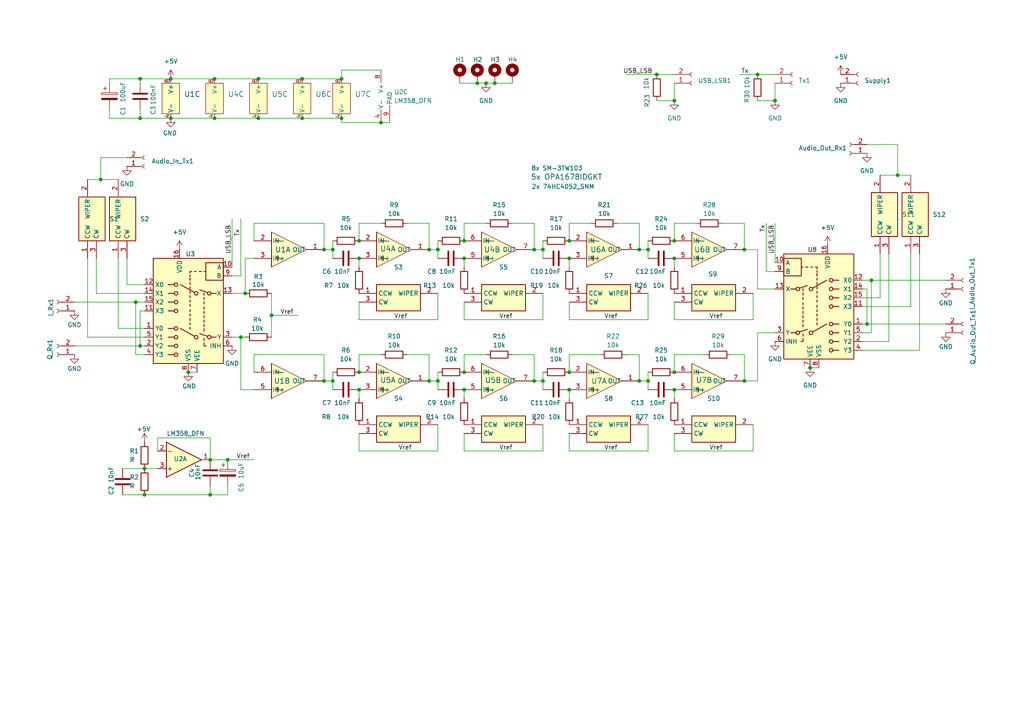
<source format=kicad_sch>
(kicad_sch (version 20231120) (generator "eeschema") (generator_version "8.0")
  (paper "A4")
  (title_block (title "PhasorRadio: 90deg PhaseShifter") (date "2024-03-12") (rev "Rev. v1") (company "Stefan Meyre, HB9GZE"))
  (junction (at 74.93 34.29))
  (junction (at 224.79 29.21))
  (junction (at 49.53 34.29))
  (junction (at 195.58 113.03))
  (junction (at 124.46 72.39))
  (junction (at 49.53 22.86))
  (junction (at 110.49 35.56))
  (junction (at 71.12 85.09))
  (junction (at 165.1 107.95))
  (junction (at 134.62 74.93))
  (junction (at 260.35 50.8))
  (junction (at 187.96 110.49))
  (junction (at 138.43 24.13))
  (junction (at 252.73 81.28))
  (junction (at 93.98 72.39))
  (junction (at 195.58 29.21))
  (junction (at 69.85 97.79))
  (junction (at 143.51 24.13))
  (junction (at 60.96 143.51))
  (junction (at 127 110.49))
  (junction (at 78.74 91.44))
  (junction (at 165.1 69.85))
  (junction (at 39.37 87.63))
  (junction (at 251.46 93.98))
  (junction (at 154.94 110.49))
  (junction (at 99.06 22.86))
  (junction (at 190.5 21.59))
  (junction (at 104.14 69.85))
  (junction (at 104.14 107.95))
  (junction (at 104.14 74.93))
  (junction (at 187.96 72.39))
  (junction (at 41.91 135.89))
  (junction (at 140.97 24.13))
  (junction (at 66.04 133.35))
  (junction (at 87.63 34.29))
  (junction (at 165.1 113.03))
  (junction (at 60.96 133.35))
  (junction (at 93.98 110.49))
  (junction (at 154.94 72.39))
  (junction (at 40.64 100.33))
  (junction (at 134.62 113.03))
  (junction (at 104.14 113.03))
  (junction (at 234.95 106.68))
  (junction (at 157.48 72.39))
  (junction (at 41.91 143.51))
  (junction (at 185.42 72.39))
  (junction (at 29.21 52.07))
  (junction (at 87.63 22.86))
  (junction (at 165.1 74.93))
  (junction (at 185.42 110.49))
  (junction (at 96.52 110.49))
  (junction (at 157.48 110.49))
  (junction (at 54.61 107.95))
  (junction (at 40.64 34.29))
  (junction (at 219.71 21.59))
  (junction (at 134.62 69.85))
  (junction (at 96.52 72.39))
  (junction (at 62.23 34.29))
  (junction (at 40.64 22.86))
  (junction (at 195.58 74.93))
  (junction (at 215.9 110.49))
  (junction (at 99.06 34.29))
  (junction (at 124.46 110.49))
  (junction (at 74.93 22.86))
  (junction (at 215.9 72.39))
  (junction (at 62.23 22.86))
  (junction (at 134.62 107.95))
  (junction (at 195.58 107.95))
  (junction (at 195.58 69.85))
  (junction (at 127 72.39))
  (wire (pts (xy 219.71 96.52) (xy 224.79 96.52)))
  (wire (pts (xy 74.93 34.29) (xy 87.63 34.29)))
  (wire (pts (xy 195.58 29.21) (xy 195.58 24.13)))
  (wire (pts (xy 124.46 64.77) (xy 124.46 72.39)))
  (wire (pts (xy 62.23 34.29) (xy 74.93 34.29)))
  (wire (pts (xy 99.06 22.86) (xy 99.06 20.32)))
  (wire (pts (xy 54.61 107.95) (xy 57.15 107.95)))
  (wire (pts (xy 39.37 87.63) (xy 39.37 102.87)))
  (wire (pts (xy 222.25 78.74) (xy 224.79 78.74)))
  (wire (pts (xy 165.1 74.93) (xy 165.1 77.47)))
  (wire (pts (xy 118.11 102.87) (xy 124.46 102.87)))
  (wire (pts (xy 250.19 81.28) (xy 252.73 81.28)))
  (wire (pts (xy 140.97 24.13) (xy 143.51 24.13)))
  (wire (pts (xy 127 130.81) (xy 127 123.19)))
  (wire (pts (xy 73.66 102.87) (xy 93.98 102.87)))
  (wire (pts (xy 104.14 92.71) (xy 127 92.71)))
  (wire (pts (xy 69.85 113.03) (xy 73.66 113.03)))
  (wire (pts (xy 134.62 113.03) (xy 134.62 115.57)))
  (wire (pts (xy 71.12 74.93) (xy 71.12 85.09)))
  (wire (pts (xy 154.94 72.39) (xy 157.48 72.39)))
  (wire (pts (xy 21.59 100.33) (xy 40.64 100.33)))
  (wire (pts (xy 67.31 85.09) (xy 71.12 85.09)))
  (wire (pts (xy 90.17 110.49) (xy 93.98 110.49)))
  (wire (pts (xy 260.35 50.8) (xy 264.16 50.8)))
  (wire (pts (xy 195.58 74.93) (xy 195.58 77.47)))
  (wire (pts (xy 40.64 34.29) (xy 49.53 34.29)))
  (wire (pts (xy 67.31 63.5) (xy 67.31 77.47)))
  (wire (pts (xy 104.14 87.63) (xy 104.14 92.71)))
  (wire (pts (xy 118.11 64.77) (xy 124.46 64.77)))
  (wire (pts (xy 219.71 83.82) (xy 224.79 83.82)))
  (wire (pts (xy 110.49 102.87) (xy 104.14 102.87)))
  (wire (pts (xy 99.06 34.29) (xy 99.06 35.56)))
  (wire (pts (xy 190.5 29.21) (xy 195.58 29.21)))
  (wire (pts (xy 140.97 102.87) (xy 134.62 102.87)))
  (wire (pts (xy 157.48 72.39) (xy 157.48 74.93)))
  (wire (pts (xy 148.59 102.87) (xy 154.94 102.87)))
  (wire (pts (xy 60.96 127) (xy 60.96 133.35)))
  (wire (pts (xy 219.71 29.21) (xy 224.79 29.21)))
  (wire (pts (xy 185.42 110.49) (xy 187.96 110.49)))
  (wire (pts (xy 250.19 101.6) (xy 266.7 101.6)))
  (wire (pts (xy 251.46 93.98) (xy 274.32 93.98)))
  (wire (pts (xy 41.91 102.87) (xy 39.37 102.87)))
  (wire (pts (xy 104.14 130.81) (xy 127 130.81)))
  (wire (pts (xy 27.94 85.09) (xy 41.91 85.09)))
  (wire (pts (xy 40.64 22.86) (xy 31.75 22.86)))
  (wire (pts (xy 87.63 34.29) (xy 99.06 34.29)))
  (wire (pts (xy 195.58 125.73) (xy 195.58 130.81)))
  (wire (pts (xy 234.95 106.68) (xy 237.49 106.68)))
  (wire (pts (xy 40.64 90.17) (xy 40.64 100.33)))
  (wire (pts (xy 110.49 64.77) (xy 104.14 64.77)))
  (wire (pts (xy 25.4 52.07) (xy 29.21 52.07)))
  (wire (pts (xy 110.49 35.56) (xy 113.03 35.56)))
  (wire (pts (xy 250.19 83.82) (xy 251.46 83.82)))
  (wire (pts (xy 134.62 130.81) (xy 157.48 130.81)))
  (wire (pts (xy 27.94 74.93) (xy 27.94 85.09)))
  (wire (pts (xy 67.31 80.01) (xy 69.85 80.01)))
  (wire (pts (xy 39.37 87.63) (xy 41.91 87.63)))
  (wire (pts (xy 45.72 127) (xy 60.96 127)))
  (wire (pts (xy 185.42 102.87) (xy 185.42 110.49)))
  (wire (pts (xy 165.1 107.95) (xy 165.1 102.87)))
  (wire (pts (xy 73.66 107.95) (xy 73.66 102.87)))
  (wire (pts (xy 40.64 31.75) (xy 40.64 34.29)))
  (wire (pts (xy 187.96 92.71) (xy 187.96 85.09)))
  (wire (pts (xy 266.7 101.6) (xy 266.7 73.66)))
  (wire (pts (xy 66.04 133.35) (xy 73.66 133.35)))
  (wire (pts (xy 96.52 69.85) (xy 96.52 72.39)))
  (wire (pts (xy 104.14 125.73) (xy 104.14 130.81)))
  (wire (pts (xy 78.74 91.44) (xy 78.74 97.79)))
  (wire (pts (xy 218.44 92.71) (xy 218.44 85.09)))
  (wire (pts (xy 157.48 130.81) (xy 157.48 123.19)))
  (wire (pts (xy 127 92.71) (xy 127 85.09)))
  (wire (pts (xy 157.48 69.85) (xy 157.48 72.39)))
  (wire (pts (xy 134.62 87.63) (xy 134.62 92.71)))
  (wire (pts (xy 195.58 102.87) (xy 204.47 102.87)))
  (wire (pts (xy 250.19 88.9) (xy 264.16 88.9)))
  (wire (pts (xy 157.48 110.49) (xy 157.48 113.03)))
  (wire (pts (xy 214.63 21.59) (xy 219.71 21.59)))
  (wire (pts (xy 148.59 64.77) (xy 154.94 64.77)))
  (wire (pts (xy 201.93 64.77) (xy 195.58 64.77)))
  (wire (pts (xy 93.98 72.39) (xy 93.98 64.77)))
  (wire (pts (xy 181.61 21.59) (xy 190.5 21.59)))
  (wire (pts (xy 41.91 95.25) (xy 34.29 95.25)))
  (wire (pts (xy 209.55 64.77) (xy 215.9 64.77)))
  (wire (pts (xy 104.14 64.77) (xy 104.14 69.85)))
  (wire (pts (xy 99.06 35.56) (xy 110.49 35.56)))
  (wire (pts (xy 31.75 31.75) (xy 31.75 34.29)))
  (wire (pts (xy 212.09 102.87) (xy 215.9 102.87)))
  (wire (pts (xy 195.58 113.03) (xy 195.58 115.57)))
  (wire (pts (xy 104.14 113.03) (xy 104.14 115.57)))
  (wire (pts (xy 66.04 143.51) (xy 66.04 140.97)))
  (wire (pts (xy 35.56 143.51) (xy 41.91 143.51)))
  (wire (pts (xy 260.35 50.8) (xy 260.35 41.91)))
  (wire (pts (xy 31.75 22.86) (xy 31.75 24.13)))
  (wire (pts (xy 93.98 72.39) (xy 96.52 72.39)))
  (wire (pts (xy 195.58 130.81) (xy 218.44 130.81)))
  (wire (pts (xy 215.9 64.77) (xy 215.9 72.39)))
  (wire (pts (xy 250.19 96.52) (xy 252.73 96.52)))
  (wire (pts (xy 154.94 102.87) (xy 154.94 110.49)))
  (wire (pts (xy 195.58 107.95) (xy 195.58 102.87)))
  (wire (pts (xy 195.58 92.71) (xy 218.44 92.71)))
  (wire (pts (xy 41.91 135.89) (xy 45.72 135.89)))
  (wire (pts (xy 78.74 85.09) (xy 78.74 91.44)))
  (wire (pts (xy 99.06 20.32) (xy 110.49 20.32)))
  (wire (pts (xy 49.53 22.86) (xy 62.23 22.86)))
  (wire (pts (xy 93.98 110.49) (xy 96.52 110.49)))
  (wire (pts (xy 93.98 64.77) (xy 73.66 64.77)))
  (wire (pts (xy 224.79 64.77) (xy 224.79 76.2)))
  (wire (pts (xy 195.58 87.63) (xy 195.58 92.71)))
  (wire (pts (xy 60.96 143.51) (xy 66.04 143.51)))
  (wire (pts (xy 127 69.85) (xy 127 72.39)))
  (wire (pts (xy 69.85 63.5) (xy 69.85 80.01)))
  (wire (pts (xy 134.62 125.73) (xy 134.62 130.81)))
  (wire (pts (xy 185.42 72.39) (xy 187.96 72.39)))
  (wire (pts (xy 224.79 29.21) (xy 224.79 24.13)))
  (wire (pts (xy 255.27 73.66) (xy 255.27 86.36)))
  (wire (pts (xy 222.25 64.77) (xy 222.25 78.74)))
  (wire (pts (xy 138.43 24.13) (xy 140.97 24.13)))
  (wire (pts (xy 25.4 97.79) (xy 41.91 97.79)))
  (wire (pts (xy 219.71 72.39) (xy 219.71 83.82)))
  (wire (pts (xy 215.9 102.87) (xy 215.9 110.49)))
  (wire (pts (xy 78.74 91.44) (xy 86.36 91.44)))
  (wire (pts (xy 67.31 97.79) (xy 69.85 97.79)))
  (wire (pts (xy 40.64 22.86) (xy 40.64 24.13)))
  (wire (pts (xy 41.91 90.17) (xy 40.64 90.17)))
  (wire (pts (xy 165.1 92.71) (xy 187.96 92.71)))
  (wire (pts (xy 165.1 87.63) (xy 165.1 92.71)))
  (wire (pts (xy 165.1 113.03) (xy 165.1 115.57)))
  (wire (pts (xy 93.98 102.87) (xy 93.98 110.49)))
  (wire (pts (xy 185.42 64.77) (xy 185.42 72.39)))
  (wire (pts (xy 71.12 97.79) (xy 69.85 97.79)))
  (wire (pts (xy 25.4 74.93) (xy 25.4 97.79)))
  (wire (pts (xy 41.91 143.51) (xy 60.96 143.51)))
  (wire (pts (xy 187.96 69.85) (xy 187.96 72.39)))
  (wire (pts (xy 134.62 92.71) (xy 157.48 92.71)))
  (wire (pts (xy 252.73 81.28) (xy 252.73 96.52)))
  (wire (pts (xy 157.48 92.71) (xy 157.48 85.09)))
  (wire (pts (xy 264.16 88.9) (xy 264.16 73.66)))
  (wire (pts (xy 187.96 113.03) (xy 187.96 110.49)))
  (wire (pts (xy 251.46 83.82) (xy 251.46 93.98)))
  (wire (pts (xy 29.21 45.72) (xy 36.83 45.72)))
  (wire (pts (xy 21.59 87.63) (xy 39.37 87.63)))
  (wire (pts (xy 181.61 102.87) (xy 185.42 102.87)))
  (wire (pts (xy 62.23 22.86) (xy 74.93 22.86)))
  (wire (pts (xy 219.71 21.59) (xy 224.79 21.59)))
  (wire (pts (xy 134.62 64.77) (xy 134.62 69.85)))
  (wire (pts (xy 218.44 130.81) (xy 218.44 123.19)))
  (wire (pts (xy 260.35 41.91) (xy 251.46 41.91)))
  (wire (pts (xy 215.9 110.49) (xy 219.71 110.49)))
  (wire (pts (xy 179.07 64.77) (xy 185.42 64.77)))
  (wire (pts (xy 219.71 110.49) (xy 219.71 96.52)))
  (wire (pts (xy 165.1 130.81) (xy 187.96 130.81)))
  (wire (pts (xy 104.14 102.87) (xy 104.14 107.95)))
  (wire (pts (xy 215.9 72.39) (xy 219.71 72.39)))
  (wire (pts (xy 255.27 50.8) (xy 260.35 50.8)))
  (wire (pts (xy 124.46 72.39) (xy 127 72.39)))
  (wire (pts (xy 140.97 64.77) (xy 134.62 64.77)))
  (wire (pts (xy 250.19 99.06) (xy 257.81 99.06)))
  (wire (pts (xy 250.19 86.36) (xy 255.27 86.36)))
  (wire (pts (xy 124.46 110.49) (xy 127 110.49)))
  (wire (pts (xy 60.96 140.97) (xy 60.96 143.51)))
  (wire (pts (xy 257.81 99.06) (xy 257.81 73.66)))
  (wire (pts (xy 187.96 130.81) (xy 187.96 123.19)))
  (wire (pts (xy 165.1 125.73) (xy 165.1 130.81)))
  (wire (pts (xy 154.94 110.49) (xy 157.48 110.49)))
  (wire (pts (xy 60.96 133.35) (xy 66.04 133.35)))
  (wire (pts (xy 29.21 52.07) (xy 34.29 52.07)))
  (wire (pts (xy 127 110.49) (xy 127 107.95)))
  (wire (pts (xy 36.83 82.55) (xy 36.83 74.93)))
  (wire (pts (xy 40.64 100.33) (xy 41.91 100.33)))
  (wire (pts (xy 190.5 21.59) (xy 195.58 21.59)))
  (wire (pts (xy 187.96 72.39) (xy 187.96 74.93)))
  (wire (pts (xy 171.45 64.77) (xy 165.1 64.77)))
  (wire (pts (xy 69.85 97.79) (xy 69.85 113.03)))
  (wire (pts (xy 134.62 102.87) (xy 134.62 107.95)))
  (wire (pts (xy 49.53 34.29) (xy 62.23 34.29)))
  (wire (pts (xy 127 110.49) (xy 127 113.03)))
  (wire (pts (xy 165.1 64.77) (xy 165.1 69.85)))
  (wire (pts (xy 195.58 64.77) (xy 195.58 69.85)))
  (wire (pts (xy 96.52 110.49) (xy 96.52 107.95)))
  (wire (pts (xy 127 72.39) (xy 127 74.93)))
  (wire (pts (xy 36.83 82.55) (xy 41.91 82.55)))
  (wire (pts (xy 31.75 34.29) (xy 40.64 34.29)))
  (wire (pts (xy 134.62 74.93) (xy 134.62 77.47)))
  (wire (pts (xy 165.1 102.87) (xy 173.99 102.87)))
  (wire (pts (xy 252.73 81.28) (xy 274.32 81.28)))
  (wire (pts (xy 157.48 110.49) (xy 157.48 107.95)))
  (wire (pts (xy 34.29 95.25) (xy 34.29 74.93)))
  (wire (pts (xy 250.19 93.98) (xy 251.46 93.98)))
  (wire (pts (xy 154.94 64.77) (xy 154.94 72.39)))
  (wire (pts (xy 73.66 64.77) (xy 73.66 69.85)))
  (wire (pts (xy 71.12 74.93) (xy 73.66 74.93)))
  (wire (pts (xy 187.96 110.49) (xy 187.96 107.95)))
  (wire (pts (xy 96.52 110.49) (xy 96.52 113.03)))
  (wire (pts (xy 96.52 72.39) (xy 96.52 74.93)))
  (wire (pts (xy 90.17 72.39) (xy 93.98 72.39)))
  (wire (pts (xy 74.93 22.86) (xy 87.63 22.86)))
  (wire (pts (xy 35.56 135.89) (xy 41.91 135.89)))
  (wire (pts (xy 45.72 130.81) (xy 45.72 127)))
  (wire (pts (xy 143.51 24.13) (xy 148.59 24.13)))
  (wire (pts (xy 104.14 74.93) (xy 104.14 77.47)))
  (wire (pts (xy 124.46 102.87) (xy 124.46 110.49)))
  (wire (pts (xy 133.35 24.13) (xy 138.43 24.13)))
  (wire (pts (xy 29.21 52.07) (xy 29.21 45.72)))
  (wire (pts (xy 49.53 22.86) (xy 40.64 22.86)))
  (wire (pts (xy 87.63 22.86) (xy 99.06 22.86)))
  (label "Vref" (at 115.57 130.81 0))
  (label "Vref" (at 175.26 130.81 0))
  (label "Vref" (at 144.78 92.71 0))
  (label "Vref" (at 68.58 133.35 0))
  (label "Vref" (at 205.74 130.81 0))
  (label "Vref" (at 144.78 130.81 0))
  (label "Tx" (at 217.17 21.59 180))
  (label "USB_LSB" (at 189.23 21.59 180))
  (label "Vref" (at 114.3 92.71 0))
  (label "Vref" (at 175.26 92.71 0))
  (label "USB_LSB" (at 67.31 73.66 90))
  (label "Vref" (at 205.74 92.71 0))
  (label "Vref" (at 81.28 91.44 0))
  (label "Tx" (at 222.25 67.31 90))
  (label "Tx" (at 69.85 68.58 90))
  (label "USB_LSB" (at 224.79 73.66 90))
  (symbol (lib_id "Device:C") (at 100.33 74.93 90) (unit 1)
    (property "Reference" "C6" (at 94.742 78.74 90))
    (property "Value" "10nF" (at 99.314 78.74 90))
    (property "Footprint" "Capacitor_SMD:C_0805_2012Metric_Pad1.18x1.45mm_HandSolder" (effects (hide yes)))
    (property "Description" "Unpolarized capacitor" (effects (hide yes)))
  )
  (symbol (lib_id "power:GND") (at 36.83 48.26 0) (unit 1)
    (property "Reference" "#PWR03" (effects (hide yes)))
    (property "Value" "GND" (at 36.83 53.34 0))
    (property "Description" "Power symbol creates a global label with name \"GND\" , ground" (effects (hide yes)))
  )
  (symbol (lib_id "Device:R") (at 114.3 102.87 90) (unit 1)
    (property "Reference" "R10" (at 114.3 97.536 90))
    (property "Value" "10k" (at 114.3 100.076 90))
    (property "Footprint" "Resistor_SMD:R_0805_2012Metric_Pad1.20x1.40mm_HandSolder" (effects (hide yes)))
    (property "Description" "Resistor" (effects (hide yes)))
  )
  (symbol (lib_id "Device:R") (at 41.91 132.08 0) (unit 1)
    (property "Reference" "R1" (at 37.592 130.81 0) (effects (justify left)))
    (property "Value" "R" (at 37.592 133.35 0) (effects (justify left)))
    (property "Footprint" "Resistor_SMD:R_0805_2012Metric_Pad1.20x1.40mm_HandSolder" (effects (hide yes)))
    (property "Description" "Resistor" (effects (hide yes)))
  )
  (symbol (lib_name "SM-3TW103_1") (lib_id "Private:SM-3TW103") (at 207.01 125.73 0) (unit 1)
    (property "Reference" "S10" (at 207.01 115.57 0))
    (property "Value" "SM-3TW103" (effects (hide yes)))
    (property "Footprint" "Private:SM3TW103" (effects (hide yes)))
    (property "Datasheet" "https://www.mouser.it/datasheet/2/972/sm-3_26sm-31-1827210.pdf" (effects (hide yes)))
    (property "Description" "Trimmer Resistors - SMD 10 KW 3mm SMD multi turn J-lead, top adj., 11 turn" (effects (hide yes)))
    (property "Height" "4.5" (effects (hide yes)))
    (property "Manufacturer_Name" "NIDEC COPAL" (effects (hide yes)))
    (property "Manufacturer_Part_Number" "SM-3TW103" (effects (hide yes)))
    (property "Mouser Part Number" "229-SM-3TW103" (effects (hide yes)))
    (property "Mouser Price/Stock" "https://www.mouser.co.uk/ProductDetail/Nidec-Copal/SM-3TW103?qs=XeJtXLiO41Tm%252BxoFdvMvIw%3D%3D" (effects (hide yes)))
  )
  (symbol (lib_id "Private:74HC4052_SNM") (at 236.22 88.9 0) (mirror y) (unit 1)
    (property "Reference" "U8" (at 236.982 72.39 0) (effects (justify left)))
    (property "Value" "74HC4052_SNM" (effects (hide yes)))
    (property "Footprint" "Private:TSSOP16_5P1X4P5_NEX" (effects (hide yes)))
    (property "Datasheet" "http://www.ti.com/lit/ds/symlink/cd4052b.pdf" (effects (hide yes)))
    (property "Description" "CMOS double 4-channel analog multiplexer/demultiplexer, TSSOP-16/DIP-16/SOIC-16" (effects (hide yes)))
  )
  (symbol (lib_id "Private:74HC4052_SNM") (at 55.88 90.17 0) (unit 1)
    (property "Reference" "U3" (at 53.848 73.66 0) (effects (justify left)))
    (property "Value" "2x 74HC4052_SNM" (at 154.178 54.102 0) (effects (justify left)))
    (property "Footprint" "Private:TSSOP16_5P1X4P5_NEX" (effects (hide yes)))
    (property "Datasheet" "http://www.ti.com/lit/ds/symlink/cd4052b.pdf" (effects (hide yes)))
    (property "Description" "CMOS double 4-channel analog multiplexer/demultiplexer, TSSOP-16/DIP-16/SOIC-16" (effects (hide yes)))
  )
  (symbol (lib_id "Private:OPA1678IDGKT") (at 73.66 29.21 270) (unit 3)
    (property "Reference" "U5" (at 78.74 27.3049 90) (effects (font (size 1.524 1.524)) (justify left)))
    (property "Value" "OPA1678IDGKT" (effects (hide yes)))
    (property "Footprint" "Private:OPA1678_L" (effects (hide yes)))
    (property "Datasheet" "OPA1678IDGKT" (effects (hide yes)))
  )
  (symbol (lib_id "Connector:Conn_01x02_Socket") (at 279.4 83.82 0) (mirror x) (unit 1)
    (property "Reference" "I_Audio_Out_Tx1" (at 281.94 82.296 90))
    (property "Value" "Conn_01x02_Socket" (effects (hide yes)))
    (property "Footprint" "Connector_JST:JST_EH_B2B-EH-A_1x02_P2.50mm_Vertical" (effects (hide yes)))
    (property "Description" "Generic connector, single row, 01x02, script generated" (effects (hide yes)))
  )
  (symbol (lib_id "Private:OPA1678IDGKT") (at 205.74 111.76 0) (unit 2)
    (property "Reference" "U7" (at 204.216 110.236 0) (effects (font (size 1.524 1.524))))
    (property "Value" "OPA1678IDGKT" (effects (hide yes)))
    (property "Footprint" "Private:OPA1678_L" (effects (hide yes)))
    (property "Datasheet" "OPA1678IDGKT" (effects (hide yes)))
  )
  (symbol (lib_id "Device:C") (at 100.33 113.03 90) (unit 1)
    (property "Reference" "C7" (at 94.742 116.84 90))
    (property "Value" "10nF" (at 99.314 116.84 90))
    (property "Footprint" "Capacitor_SMD:C_0805_2012Metric_Pad1.18x1.45mm_HandSolder" (effects (hide yes)))
    (property "Description" "Unpolarized capacitor" (effects (hide yes)))
  )
  (symbol (lib_name "SM-3TW103_1") (lib_id "Private:SM-3TW103") (at 115.57 125.73 0) (unit 1)
    (property "Reference" "S4" (at 115.57 115.57 0))
    (property "Value" "8x SM-3TW103" (at 161.544 48.768 0))
    (property "Footprint" "Private:SM3TW103" (effects (hide yes)))
    (property "Datasheet" "https://www.mouser.it/datasheet/2/972/sm-3_26sm-31-1827210.pdf" (effects (hide yes)))
    (property "Description" "Trimmer Resistors - SMD 10 KW 3mm SMD multi turn J-lead, top adj., 11 turn" (effects (hide yes)))
    (property "Height" "4.5" (effects (hide yes)))
    (property "Manufacturer_Name" "NIDEC COPAL" (effects (hide yes)))
    (property "Manufacturer_Part_Number" "SM-3TW103" (effects (hide yes)))
    (property "Mouser Part Number" "229-SM-3TW103" (effects (hide yes)))
    (property "Mouser Price/Stock" "https://www.mouser.co.uk/ProductDetail/Nidec-Copal/SM-3TW103?qs=XeJtXLiO41Tm%252BxoFdvMvIw%3D%3D" (effects (hide yes)))
  )
  (symbol (lib_id "Device:R") (at 161.29 69.85 90) (unit 1)
    (property "Reference" "R17" (at 161.29 63.5 90))
    (property "Value" "10k" (at 161.29 66.04 90))
    (property "Footprint" "Resistor_SMD:R_0805_2012Metric_Pad1.20x1.40mm_HandSolder" (effects (hide yes)))
    (property "Description" "Resistor" (effects (hide yes)))
  )
  (symbol (lib_id "power:+5V") (at 41.91 128.27 0) (unit 1)
    (property "Reference" "#PWR04" (effects (hide yes)))
    (property "Value" "+5V" (at 41.656 124.46 0))
    (property "Description" "Power symbol creates a global label with name \"+5V\"" (effects (hide yes)))
  )
  (symbol (lib_id "Device:C") (at 130.81 113.03 90) (unit 1)
    (property "Reference" "C9" (at 125.222 116.84 90))
    (property "Value" "10nF" (at 129.794 116.84 90))
    (property "Footprint" "Capacitor_SMD:C_0805_2012Metric_Pad1.18x1.45mm_HandSolder" (effects (hide yes)))
    (property "Description" "Unpolarized capacitor" (effects (hide yes)))
  )
  (symbol (lib_id "Private:OPA1678IDGKT") (at 86.36 29.21 270) (unit 3)
    (property "Reference" "U6" (at 91.44 27.3049 90) (effects (font (size 1.524 1.524)) (justify left)))
    (property "Value" "OPA1678IDGKT" (effects (hide yes)))
    (property "Footprint" "Private:OPA1678_L" (effects (hide yes)))
    (property "Datasheet" "OPA1678IDGKT" (effects (hide yes)))
  )
  (symbol (lib_id "Device:R") (at 74.93 85.09 90) (unit 1)
    (property "Reference" "R3" (at 74.93 80.264 90))
    (property "Value" "10k" (at 74.93 82.55 90))
    (property "Footprint" "Resistor_SMD:R_0805_2012Metric_Pad1.20x1.40mm_HandSolder" (effects (hide yes)))
    (property "Description" "Resistor" (effects (hide yes)))
  )
  (symbol (lib_id "Device:C") (at 161.29 74.93 90) (unit 1)
    (property "Reference" "C10" (at 155.702 78.74 90))
    (property "Value" "10nF" (at 160.274 78.74 90))
    (property "Footprint" "Capacitor_SMD:C_0805_2012Metric_Pad1.18x1.45mm_HandSolder" (effects (hide yes)))
    (property "Description" "Unpolarized capacitor" (effects (hide yes)))
  )
  (symbol (lib_id "power:GND") (at 274.32 96.52 0) (mirror y) (unit 1)
    (property "Reference" "#PWR020" (effects (hide yes)))
    (property "Value" "GND" (at 274.32 100.584 0))
    (property "Description" "Power symbol creates a global label with name \"GND\" , ground" (effects (hide yes)))
  )
  (symbol (lib_id "Amplifier_Operational:LM358_DFN") (at 53.34 133.35 0) (mirror x) (unit 1)
    (property "Reference" "U2" (at 52.324 133.096 0))
    (property "Value" "LM358_DFN" (at 53.848 125.73 0))
    (property "Footprint" "Package_DFN_QFN:DFN-8-1EP_2x2mm_P0.5mm_EP1.05x1.75mm" (effects (hide yes)))
    (property "Datasheet" "www.st.com/resource/en/datasheet/lm358.pdf" (effects (hide yes)))
    (property "Description" "Low-Power, Dual Operational Amplifiers, DFN-8" (effects (hide yes)))
  )
  (symbol (lib_id "Device:C") (at 191.77 113.03 90) (unit 1)
    (property "Reference" "C13" (at 184.912 116.84 90))
    (property "Value" "10nF" (at 190.754 116.84 90))
    (property "Footprint" "Capacitor_SMD:C_0805_2012Metric_Pad1.18x1.45mm_HandSolder" (effects (hide yes)))
    (property "Description" "Unpolarized capacitor" (effects (hide yes)))
  )
  (symbol (lib_id "Device:R") (at 104.14 81.28 0) (unit 1)
    (property "Reference" "R7" (at 93.98 82.804 0) (effects (justify left)))
    (property "Value" "10k" (at 97.79 82.804 0) (effects (justify left)))
    (property "Footprint" "Resistor_SMD:R_0805_2012Metric_Pad1.20x1.40mm_HandSolder" (effects (hide yes)))
    (property "Description" "Resistor" (effects (hide yes)))
  )
  (symbol (lib_name "SM-3TW103_1") (lib_id "Private:SM-3TW103") (at 207.01 87.63 0) (unit 1)
    (property "Reference" "S9" (at 206.756 79.502 0))
    (property "Value" "SM-3TW103" (effects (hide yes)))
    (property "Footprint" "Private:SM3TW103" (effects (hide yes)))
    (property "Datasheet" "https://www.mouser.it/datasheet/2/972/sm-3_26sm-31-1827210.pdf" (effects (hide yes)))
    (property "Description" "Trimmer Resistors - SMD 10 KW 3mm SMD multi turn J-lead, top adj., 11 turn" (effects (hide yes)))
    (property "Height" "4.5" (effects (hide yes)))
    (property "Manufacturer_Name" "NIDEC COPAL" (effects (hide yes)))
    (property "Manufacturer_Part_Number" "SM-3TW103" (effects (hide yes)))
    (property "Mouser Part Number" "229-SM-3TW103" (effects (hide yes)))
    (property "Mouser Price/Stock" "https://www.mouser.co.uk/ProductDetail/Nidec-Copal/SM-3TW103?qs=XeJtXLiO41Tm%252BxoFdvMvIw%3D%3D" (effects (hide yes)))
  )
  (symbol (lib_name "SM-3TW103_1") (lib_id "Private:SM-3TW103") (at 257.81 62.23 90) (unit 1)
    (property "Reference" "S11" (at 261.62 62.2299 90) (effects (justify right)))
    (property "Value" "SM-3TW103" (effects (hide yes)))
    (property "Footprint" "Private:SM3TW103" (effects (hide yes)))
    (property "Datasheet" "https://www.mouser.it/datasheet/2/972/sm-3_26sm-31-1827210.pdf" (effects (hide yes)))
    (property "Description" "Trimmer Resistors - SMD 10 KW 3mm SMD multi turn J-lead, top adj., 11 turn" (effects (hide yes)))
    (property "Height" "4.5" (effects (hide yes)))
    (property "Manufacturer_Name" "NIDEC COPAL" (effects (hide yes)))
    (property "Manufacturer_Part_Number" "SM-3TW103" (effects (hide yes)))
    (property "Mouser Part Number" "229-SM-3TW103" (effects (hide yes)))
    (property "Mouser Price/Stock" "https://www.mouser.co.uk/ProductDetail/Nidec-Copal/SM-3TW103?qs=XeJtXLiO41Tm%252BxoFdvMvIw%3D%3D" (effects (hide yes)))
  )
  (symbol (lib_id "power:GND") (at 49.53 34.29 0) (unit 1)
    (property "Reference" "#PWR06" (effects (hide yes)))
    (property "Value" "GND" (at 49.276 38.608 0))
    (property "Description" "Power symbol creates a global label with name \"GND\" , ground" (effects (hide yes)))
  )
  (symbol (lib_id "Private:OPA1678IDGKT") (at 83.82 73.66 0) (unit 1)
    (property "Reference" "U1" (at 82.042 72.39 0) (effects (font (size 1.524 1.524))))
    (property "Value" "5x OPA1678IDGKT" (at 164.338 51.308 0) (effects (font (size 1.524 1.524))))
    (property "Footprint" "Private:OPA1678_L" (effects (hide yes)))
    (property "Datasheet" "OPA1678IDGKT" (effects (hide yes)))
  )
  (symbol (lib_id "Connector:Conn_01x02_Socket") (at 16.51 102.87 180) (unit 1)
    (property "Reference" "Q_Rx1" (at 14.478 101.346 90))
    (property "Value" "Conn_01x02_Socket" (effects (hide yes)))
    (property "Footprint" "Connector_JST:JST_EH_B2B-EH-A_1x02_P2.50mm_Vertical" (effects (hide yes)))
    (property "Description" "Generic connector, single row, 01x02, script generated" (effects (hide yes)))
  )
  (symbol (lib_name "SM-3TW103_1") (lib_id "Private:SM-3TW103") (at 266.7 62.23 90) (unit 1)
    (property "Reference" "S12" (at 270.51 62.2299 90) (effects (justify right)))
    (property "Value" "SM-3TW103" (effects (hide yes)))
    (property "Footprint" "Private:SM3TW103" (effects (hide yes)))
    (property "Datasheet" "https://www.mouser.it/datasheet/2/972/sm-3_26sm-31-1827210.pdf" (effects (hide yes)))
    (property "Description" "Trimmer Resistors - SMD 10 KW 3mm SMD multi turn J-lead, top adj., 11 turn" (effects (hide yes)))
    (property "Height" "4.5" (effects (hide yes)))
    (property "Manufacturer_Name" "NIDEC COPAL" (effects (hide yes)))
    (property "Manufacturer_Part_Number" "SM-3TW103" (effects (hide yes)))
    (property "Mouser Part Number" "229-SM-3TW103" (effects (hide yes)))
    (property "Mouser Price/Stock" "https://www.mouser.co.uk/ProductDetail/Nidec-Copal/SM-3TW103?qs=XeJtXLiO41Tm%252BxoFdvMvIw%3D%3D" (effects (hide yes)))
  )
  (symbol (lib_id "Device:R") (at 219.71 25.4 180) (unit 1)
    (property "Reference" "R30" (at 216.662 27.94 90))
    (property "Value" "10k" (at 216.662 23.876 90))
    (property "Footprint" "Resistor_SMD:R_0805_2012Metric_Pad1.20x1.40mm_HandSolder" (effects (hide yes)))
    (property "Description" "Resistor" (effects (hide yes)))
  )
  (symbol (lib_id "Device:R") (at 195.58 81.28 0) (unit 1)
    (property "Reference" "R26" (at 183.896 82.804 0) (effects (justify left)))
    (property "Value" "10k" (at 189.23 82.804 0) (effects (justify left)))
    (property "Footprint" "Resistor_SMD:R_0805_2012Metric_Pad1.20x1.40mm_HandSolder" (effects (hide yes)))
    (property "Description" "Resistor" (effects (hide yes)))
  )
  (symbol (lib_id "power:GND") (at 140.97 24.13 0) (unit 1)
    (property "Reference" "#PWR010" (effects (hide yes)))
    (property "Value" "GND" (at 140.97 29.21 0))
    (property "Description" "Power symbol creates a global label with name \"GND\" , ground" (effects (hide yes)))
  )
  (symbol (lib_id "power:GND") (at 243.84 24.13 0) (unit 1)
    (property "Reference" "#PWR017" (effects (hide yes)))
    (property "Value" "GND" (at 243.84 29.21 0))
    (property "Description" "Power symbol creates a global label with name \"GND\" , ground" (effects (hide yes)))
  )
  (symbol (lib_id "Private:OPA1678IDGKT") (at 114.3 111.76 0) (unit 1)
    (property "Reference" "U5" (at 112.522 110.236 0) (effects (font (size 1.524 1.524))))
    (property "Value" "OPA1678IDGKT" (effects (hide yes)))
    (property "Footprint" "Private:OPA1678_L" (effects (hide yes)))
    (property "Datasheet" "OPA1678IDGKT" (effects (hide yes)))
  )
  (symbol (lib_id "power:GND") (at 274.32 83.82 0) (mirror y) (unit 1)
    (property "Reference" "#PWR019" (effects (hide yes)))
    (property "Value" "GND" (at 274.32 87.884 0))
    (property "Description" "Power symbol creates a global label with name \"GND\" , ground" (effects (hide yes)))
  )
  (symbol (lib_id "Connector:Conn_01x02_Socket") (at 229.87 24.13 0) (mirror x) (unit 1)
    (property "Reference" "Tx1" (at 231.648 23.368 0) (effects (justify left)))
    (property "Value" "Conn_01x02_Socket" (effects (hide yes)))
    (property "Footprint" "Connector_JST:JST_EH_B2B-EH-A_1x02_P2.50mm_Vertical" (effects (hide yes)))
    (property "Description" "Generic connector, single row, 01x02, script generated" (effects (hide yes)))
  )
  (symbol (lib_id "Mechanical:MountingHole_Pad") (at 133.35 21.59 0) (unit 1)
    (property "Reference" "H1" (at 132.08 17.272 0) (effects (justify left)))
    (property "Value" "MountingHole_Pad" (effects (hide yes)))
    (property "Footprint" "MountingHole:MountingHole_2.5mm_Pad_TopBottom" (effects (hide yes)))
    (property "Description" "Mounting Hole with connection" (effects (hide yes)))
  )
  (symbol (lib_id "Device:R") (at 191.77 107.95 90) (unit 1)
    (property "Reference" "R25" (at 191.77 101.6 90))
    (property "Value" "10k" (at 191.77 104.14 90))
    (property "Footprint" "Resistor_SMD:R_0805_2012Metric_Pad1.20x1.40mm_HandSolder" (effects (hide yes)))
    (property "Description" "Resistor" (effects (hide yes)))
  )
  (symbol (lib_id "Connector:Conn_01x02_Socket") (at 279.4 96.52 0) (mirror x) (unit 1)
    (property "Reference" "Q_Audio_Out_Tx1" (at 282.194 97.79 90))
    (property "Value" "Conn_01x02_Socket" (effects (hide yes)))
    (property "Footprint" "Connector_JST:JST_EH_B2B-EH-A_1x02_P2.50mm_Vertical" (effects (hide yes)))
    (property "Description" "Generic connector, single row, 01x02, script generated" (effects (hide yes)))
  )
  (symbol (lib_id "Device:R") (at 195.58 119.38 0) (unit 1)
    (property "Reference" "R27" (at 184.15 120.904 0) (effects (justify left)))
    (property "Value" "10k" (at 189.23 120.904 0) (effects (justify left)))
    (property "Footprint" "Resistor_SMD:R_0805_2012Metric_Pad1.20x1.40mm_HandSolder" (effects (hide yes)))
    (property "Description" "Resistor" (effects (hide yes)))
  )
  (symbol (lib_id "power:GND") (at 21.59 102.87 0) (unit 1)
    (property "Reference" "#PWR02" (effects (hide yes)))
    (property "Value" "GND" (at 21.59 106.934 0))
    (property "Description" "Power symbol creates a global label with name \"GND\" , ground" (effects (hide yes)))
  )
  (symbol (lib_id "Device:R") (at 100.33 69.85 90) (unit 1)
    (property "Reference" "R5" (at 100.33 63.5 90))
    (property "Value" "10k" (at 100.33 66.04 90))
    (property "Footprint" "Resistor_SMD:R_0805_2012Metric_Pad1.20x1.40mm_HandSolder" (effects (hide yes)))
    (property "Description" "Resistor" (effects (hide yes)))
  )
  (symbol (lib_id "Connector:Conn_01x02_Socket") (at 200.66 24.13 0) (mirror x) (unit 1)
    (property "Reference" "USB_LSB1" (at 202.438 23.368 0) (effects (justify left)))
    (property "Value" "Conn_01x02_Socket" (effects (hide yes)))
    (property "Footprint" "Connector_JST:JST_EH_B2B-EH-A_1x02_P2.50mm_Vertical" (effects (hide yes)))
    (property "Description" "Generic connector, single row, 01x02, script generated" (effects (hide yes)))
  )
  (symbol (lib_id "Private:OPA1678IDGKT") (at 60.96 29.21 270) (unit 3)
    (property "Reference" "U4" (at 66.04 27.3049 90) (effects (font (size 1.524 1.524)) (justify left)))
    (property "Value" "OPA1678IDGKT" (effects (hide yes)))
    (property "Footprint" "Private:OPA1678_L" (effects (hide yes)))
    (property "Datasheet" "OPA1678IDGKT" (effects (hide yes)))
  )
  (symbol (lib_id "Device:C") (at 40.64 27.94 180) (unit 1)
    (property "Reference" "C3" (at 44.45 32.004 90))
    (property "Value" "100nF" (at 44.45 27.432 90))
    (property "Footprint" "Capacitor_SMD:C_0805_2012Metric_Pad1.18x1.45mm_HandSolder" (effects (hide yes)))
    (property "Description" "Unpolarized capacitor" (effects (hide yes)))
  )
  (symbol (lib_id "Device:R") (at 144.78 64.77 90) (unit 1)
    (property "Reference" "R15" (at 144.78 59.436 90))
    (property "Value" "10k" (at 144.78 61.976 90))
    (property "Footprint" "Resistor_SMD:R_0805_2012Metric_Pad1.20x1.40mm_HandSolder" (effects (hide yes)))
    (property "Description" "Resistor" (effects (hide yes)))
  )
  (symbol (lib_id "Private:OPA1678IDGKT") (at 175.26 111.76 0) (unit 1)
    (property "Reference" "U7" (at 173.736 110.49 0) (effects (font (size 1.524 1.524))))
    (property "Value" "OPA1678IDGKT" (effects (hide yes)))
    (property "Footprint" "Private:OPA1678_L" (effects (hide yes)))
    (property "Datasheet" "OPA1678IDGKT" (effects (hide yes)))
  )
  (symbol (lib_id "Device:C_Polarized") (at 31.75 27.94 0) (unit 1)
    (property "Reference" "C1" (at 35.6385 33.5262 90) (effects (justify left)))
    (property "Value" "100uF" (at 35.6385 29.7162 90) (effects (justify left)))
    (property "Footprint" "Capacitor_SMD:CP_Elec_4x3.9" (effects (hide yes)))
    (property "Description" "Polarized capacitor" (effects (hide yes)))
  )
  (symbol (lib_id "power:GND") (at 224.79 29.21 0) (unit 1)
    (property "Reference" "#PWR012" (effects (hide yes)))
    (property "Value" "GND" (at 224.79 34.29 0))
    (property "Description" "Power symbol creates a global label with name \"GND\" , ground" (effects (hide yes)))
  )
  (symbol (lib_id "Connector:Conn_01x02_Socket") (at 246.38 44.45 180) (unit 1)
    (property "Reference" "Audio_Out_Rx1" (at 245.618 42.926 0) (effects (justify left)))
    (property "Value" "Conn_01x02_Socket" (effects (hide yes)))
    (property "Footprint" "Connector_JST:JST_EH_B2B-EH-A_1x02_P2.50mm_Vertical" (effects (hide yes)))
    (property "Description" "Generic connector, single row, 01x02, script generated" (effects (hide yes)))
  )
  (symbol (lib_id "Mechanical:MountingHole_Pad") (at 138.43 21.59 0) (unit 1)
    (property "Reference" "H2" (at 137.16 17.272 0) (effects (justify left)))
    (property "Value" "MountingHole_Pad" (effects (hide yes)))
    (property "Footprint" "MountingHole:MountingHole_2.5mm_Pad_TopBottom" (effects (hide yes)))
    (property "Description" "Mounting Hole with connection" (effects (hide yes)))
  )
  (symbol (lib_name "SM-3TW103_1") (lib_id "Private:SM-3TW103") (at 36.83 63.5 90) (unit 1)
    (property "Reference" "S2" (at 40.64 63.4999 90) (effects (justify right)))
    (property "Value" "SM-3TW103" (effects (hide yes)))
    (property "Footprint" "Private:SM3TW103" (effects (hide yes)))
    (property "Datasheet" "https://www.mouser.it/datasheet/2/972/sm-3_26sm-31-1827210.pdf" (effects (hide yes)))
    (property "Description" "Trimmer Resistors - SMD 10 KW 3mm SMD multi turn J-lead, top adj., 11 turn" (effects (hide yes)))
    (property "Height" "4.5" (effects (hide yes)))
    (property "Manufacturer_Name" "NIDEC COPAL" (effects (hide yes)))
    (property "Manufacturer_Part_Number" "SM-3TW103" (effects (hide yes)))
    (property "Mouser Part Number" "229-SM-3TW103" (effects (hide yes)))
    (property "Mouser Price/Stock" "https://www.mouser.co.uk/ProductDetail/Nidec-Copal/SM-3TW103?qs=XeJtXLiO41Tm%252BxoFdvMvIw%3D%3D" (effects (hide yes)))
  )
  (symbol (lib_id "power:GND") (at 67.31 100.33 0) (unit 1)
    (property "Reference" "#PWR09" (effects (hide yes)))
    (property "Value" "GND" (at 67.31 105.41 0))
    (property "Description" "Power symbol creates a global label with name \"GND\" , ground" (effects (hide yes)))
  )
  (symbol (lib_id "power:+5V") (at 243.84 21.59 0) (unit 1)
    (property "Reference" "#PWR016" (effects (hide yes)))
    (property "Value" "+5V" (at 243.84 16.5214 0))
    (property "Description" "Power symbol creates a global label with name \"+5V\"" (effects (hide yes)))
  )
  (symbol (lib_id "power:GND") (at 234.95 106.68 0) (unit 1)
    (property "Reference" "#PWR014" (effects (hide yes)))
    (property "Value" "GND" (at 234.95 111.76 0))
    (property "Description" "Power symbol creates a global label with name \"GND\" , ground" (effects (hide yes)))
  )
  (symbol (lib_id "Device:C_Polarized") (at 66.04 137.16 0) (unit 1)
    (property "Reference" "C5" (at 69.9285 142.7462 90) (effects (justify left)))
    (property "Value" "10uF" (at 69.9285 138.9362 90) (effects (justify left)))
    (property "Footprint" "Capacitor_SMD:CP_Elec_4x3.9" (effects (hide yes)))
    (property "Description" "Polarized capacitor" (effects (hide yes)))
  )
  (symbol (lib_id "Device:C") (at 35.56 139.7 180) (unit 1)
    (property "Reference" "C2" (at 32.258 142.24 90))
    (property "Value" "10nF" (at 32.258 137.668 90))
    (property "Footprint" "Capacitor_SMD:C_0805_2012Metric_Pad1.18x1.45mm_HandSolder" (effects (hide yes)))
    (property "Description" "Unpolarized capacitor" (effects (hide yes)))
  )
  (symbol (lib_id "Device:C") (at 130.81 74.93 90) (unit 1)
    (property "Reference" "C8" (at 125.222 78.74 90))
    (property "Value" "10nF" (at 129.794 78.74 90))
    (property "Footprint" "Capacitor_SMD:C_0805_2012Metric_Pad1.18x1.45mm_HandSolder" (effects (hide yes)))
    (property "Description" "Unpolarized capacitor" (effects (hide yes)))
  )
  (symbol (lib_name "SM-3TW103_1") (lib_id "Private:SM-3TW103") (at 176.53 125.73 0) (unit 1)
    (property "Reference" "S8" (at 176.53 115.57 0))
    (property "Value" "SM-3TW103" (effects (hide yes)))
    (property "Footprint" "Private:SM3TW103" (effects (hide yes)))
    (property "Datasheet" "https://www.mouser.it/datasheet/2/972/sm-3_26sm-31-1827210.pdf" (effects (hide yes)))
    (property "Description" "Trimmer Resistors - SMD 10 KW 3mm SMD multi turn J-lead, top adj., 11 turn" (effects (hide yes)))
    (property "Height" "4.5" (effects (hide yes)))
    (property "Manufacturer_Name" "NIDEC COPAL" (effects (hide yes)))
    (property "Manufacturer_Part_Number" "SM-3TW103" (effects (hide yes)))
    (property "Mouser Part Number" "229-SM-3TW103" (effects (hide yes)))
    (property "Mouser Price/Stock" "https://www.mouser.co.uk/ProductDetail/Nidec-Copal/SM-3TW103?qs=XeJtXLiO41Tm%252BxoFdvMvIw%3D%3D" (effects (hide yes)))
  )
  (symbol (lib_name "SM-3TW103_1") (lib_id "Private:SM-3TW103") (at 146.05 125.73 0) (unit 1)
    (property "Reference" "S6" (at 146.05 115.57 0))
    (property "Value" "SM-3TW103" (effects (hide yes)))
    (property "Footprint" "Private:SM3TW103" (effects (hide yes)))
    (property "Datasheet" "https://www.mouser.it/datasheet/2/972/sm-3_26sm-31-1827210.pdf" (effects (hide yes)))
    (property "Description" "Trimmer Resistors - SMD 10 KW 3mm SMD multi turn J-lead, top adj., 11 turn" (effects (hide yes)))
    (property "Height" "4.5" (effects (hide yes)))
    (property "Manufacturer_Name" "NIDEC COPAL" (effects (hide yes)))
    (property "Manufacturer_Part_Number" "SM-3TW103" (effects (hide yes)))
    (property "Mouser Part Number" "229-SM-3TW103" (effects (hide yes)))
    (property "Mouser Price/Stock" "https://www.mouser.co.uk/ProductDetail/Nidec-Copal/SM-3TW103?qs=XeJtXLiO41Tm%252BxoFdvMvIw%3D%3D" (effects (hide yes)))
  )
  (symbol (lib_id "Private:OPA1678IDGKT") (at 144.78 73.66 0) (unit 2)
    (property "Reference" "U4" (at 142.748 72.39 0) (effects (font (size 1.524 1.524))))
    (property "Value" "OPA1678IDGKT" (effects (hide yes)))
    (property "Footprint" "Private:OPA1678_L" (effects (hide yes)))
    (property "Datasheet" "OPA1678IDGKT" (effects (hide yes)))
  )
  (symbol (lib_id "Private:OPA1678IDGKT") (at 97.79 29.21 270) (unit 3)
    (property "Reference" "U7" (at 102.87 27.3049 90) (effects (font (size 1.524 1.524)) (justify left)))
    (property "Value" "OPA1678IDGKT" (effects (hide yes)))
    (property "Footprint" "Private:OPA1678_L" (effects (hide yes)))
    (property "Datasheet" "OPA1678IDGKT" (effects (hide yes)))
  )
  (symbol (lib_id "Device:R") (at 165.1 119.38 0) (unit 1)
    (property "Reference" "R20" (at 154.178 120.904 0) (effects (justify left)))
    (property "Value" "10k" (at 159.004 120.904 0) (effects (justify left)))
    (property "Footprint" "Resistor_SMD:R_0805_2012Metric_Pad1.20x1.40mm_HandSolder" (effects (hide yes)))
    (property "Description" "Resistor" (effects (hide yes)))
  )
  (symbol (lib_id "Device:R") (at 130.81 107.95 90) (unit 1)
    (property "Reference" "R12" (at 130.81 101.6 90))
    (property "Value" "10k" (at 130.81 104.14 90))
    (property "Footprint" "Resistor_SMD:R_0805_2012Metric_Pad1.20x1.40mm_HandSolder" (effects (hide yes)))
    (property "Description" "Resistor" (effects (hide yes)))
  )
  (symbol (lib_id "Private:OPA1678IDGKT") (at 175.26 73.66 0) (unit 1)
    (property "Reference" "U6" (at 173.482 72.39 0) (effects (font (size 1.524 1.524))))
    (property "Value" "OPA1678IDGKT" (effects (hide yes)))
    (property "Footprint" "Private:OPA1678_L" (effects (hide yes)))
    (property "Datasheet" "OPA1678IDGKT" (effects (hide yes)))
  )
  (symbol (lib_id "Device:R") (at 208.28 102.87 90) (unit 1)
    (property "Reference" "R29" (at 208.28 97.536 90))
    (property "Value" "10k" (at 208.28 100.076 90))
    (property "Footprint" "Resistor_SMD:R_0805_2012Metric_Pad1.20x1.40mm_HandSolder" (effects (hide yes)))
    (property "Description" "Resistor" (effects (hide yes)))
  )
  (symbol (lib_id "power:GND") (at 251.46 44.45 0) (mirror y) (unit 1)
    (property "Reference" "#PWR018" (effects (hide yes)))
    (property "Value" "GND" (at 251.46 49.53 0))
    (property "Description" "Power symbol creates a global label with name \"GND\" , ground" (effects (hide yes)))
  )
  (symbol (lib_id "Device:R") (at 177.8 102.87 90) (unit 1)
    (property "Reference" "R22" (at 177.8 97.536 90))
    (property "Value" "10k" (at 177.8 100.076 90))
    (property "Footprint" "Resistor_SMD:R_0805_2012Metric_Pad1.20x1.40mm_HandSolder" (effects (hide yes)))
    (property "Description" "Resistor" (effects (hide yes)))
  )
  (symbol (lib_id "power:GND") (at 54.61 107.95 0) (unit 1)
    (property "Reference" "#PWR08" (effects (hide yes)))
    (property "Value" "GND" (at 54.864 112.014 0))
    (property "Description" "Power symbol creates a global label with name \"GND\" , ground" (effects (hide yes)))
  )
  (symbol (lib_name "SM-3TW103_1") (lib_id "Private:SM-3TW103") (at 27.94 63.5 90) (unit 1)
    (property "Reference" "S1" (at 31.75 63.4999 90) (effects (justify right)))
    (property "Value" "SM-3TW103" (effects (hide yes)))
    (property "Footprint" "Private:SM3TW103" (effects (hide yes)))
    (property "Datasheet" "https://www.mouser.it/datasheet/2/972/sm-3_26sm-31-1827210.pdf" (effects (hide yes)))
    (property "Description" "Trimmer Resistors - SMD 10 KW 3mm SMD multi turn J-lead, top adj., 11 turn" (effects (hide yes)))
    (property "Height" "4.5" (effects (hide yes)))
    (property "Manufacturer_Name" "NIDEC COPAL" (effects (hide yes)))
    (property "Manufacturer_Part_Number" "SM-3TW103" (effects (hide yes)))
    (property "Mouser Part Number" "229-SM-3TW103" (effects (hide yes)))
    (property "Mouser Price/Stock" "https://www.mouser.co.uk/ProductDetail/Nidec-Copal/SM-3TW103?qs=XeJtXLiO41Tm%252BxoFdvMvIw%3D%3D" (effects (hide yes)))
  )
  (symbol (lib_id "Amplifier_Operational:LM358_DFN") (at 113.03 27.94 0) (unit 3)
    (property "Reference" "U2" (at 114.3 26.6699 0) (effects (justify left)))
    (property "Value" "LM358_DFN" (at 114.3 29.2099 0) (effects (justify left)))
    (property "Footprint" "Package_DFN_QFN:DFN-8-1EP_2x2mm_P0.5mm_EP1.05x1.75mm" (effects (hide yes)))
    (property "Datasheet" "www.st.com/resource/en/datasheet/lm358.pdf" (effects (hide yes)))
    (property "Description" "Low-Power, Dual Operational Amplifiers, DFN-8" (effects (hide yes)))
  )
  (symbol (lib_id "power:GND") (at 195.58 29.21 0) (unit 1)
    (property "Reference" "#PWR011" (effects (hide yes)))
    (property "Value" "GND" (at 195.58 34.29 0))
    (property "Description" "Power symbol creates a global label with name \"GND\" , ground" (effects (hide yes)))
  )
  (symbol (lib_id "power:GND") (at 21.59 90.17 0) (unit 1)
    (property "Reference" "#PWR01" (effects (hide yes)))
    (property "Value" "GND" (at 21.59 94.234 0))
    (property "Description" "Power symbol creates a global label with name \"GND\" , ground" (effects (hide yes)))
  )
  (symbol (lib_id "Mechanical:MountingHole_Pad") (at 148.59 21.59 0) (unit 1)
    (property "Reference" "H4" (at 147.32 17.272 0) (effects (justify left)))
    (property "Value" "MountingHole_Pad" (effects (hide yes)))
    (property "Footprint" "MountingHole:MountingHole_2.5mm_Pad_TopBottom" (effects (hide yes)))
    (property "Description" "Mounting Hole with connection" (effects (hide yes)))
  )
  (symbol (lib_id "Device:R") (at 104.14 119.38 0) (unit 1)
    (property "Reference" "R8" (at 93.218 120.904 0) (effects (justify left)))
    (property "Value" "10k" (at 97.79 120.904 0) (effects (justify left)))
    (property "Footprint" "Resistor_SMD:R_0805_2012Metric_Pad1.20x1.40mm_HandSolder" (effects (hide yes)))
    (property "Description" "Resistor" (effects (hide yes)))
  )
  (symbol (lib_id "Device:R") (at 161.29 107.95 90) (unit 1)
    (property "Reference" "R18" (at 161.29 101.6 90))
    (property "Value" "10k" (at 161.29 104.14 90))
    (property "Footprint" "Resistor_SMD:R_0805_2012Metric_Pad1.20x1.40mm_HandSolder" (effects (hide yes)))
    (property "Description" "Resistor" (effects (hide yes)))
  )
  (symbol (lib_id "Private:OPA1678IDGKT") (at 114.3 73.66 0) (unit 1)
    (property "Reference" "U4" (at 112.522 72.136 0) (effects (font (size 1.524 1.524))))
    (property "Value" "OPA1678IDGKT" (effects (hide yes)))
    (property "Footprint" "Private:OPA1678_L" (effects (hide yes)))
    (property "Datasheet" "OPA1678IDGKT" (effects (hide yes)))
  )
  (symbol (lib_id "power:+5V") (at 52.07 72.39 0) (unit 1)
    (property "Reference" "#PWR07" (effects (hide yes)))
    (property "Value" "+5V" (at 52.07 67.31 0))
    (property "Description" "Power symbol creates a global label with name \"+5V\"" (effects (hide yes)))
  )
  (symbol (lib_id "Device:R") (at 130.81 69.85 90) (unit 1)
    (property "Reference" "R11" (at 130.81 63.5 90))
    (property "Value" "10k" (at 130.81 66.04 90))
    (property "Footprint" "Resistor_SMD:R_0805_2012Metric_Pad1.20x1.40mm_HandSolder" (effects (hide yes)))
    (property "Description" "Resistor" (effects (hide yes)))
  )
  (symbol (lib_id "Device:C") (at 60.96 137.16 180) (unit 1)
    (property "Reference" "C4" (at 55.626 137.16 90))
    (property "Value" "10nF" (at 57.404 136.906 90))
    (property "Footprint" "Capacitor_SMD:C_0805_2012Metric_Pad1.18x1.45mm_HandSolder" (effects (hide yes)))
    (property "Description" "Unpolarized capacitor" (effects (hide yes)))
  )
  (symbol (lib_id "Private:OPA1678IDGKT") (at 144.78 111.76 0) (unit 2)
    (property "Reference" "U5" (at 143.002 110.236 0) (effects (font (size 1.524 1.524))))
    (property "Value" "OPA1678IDGKT" (effects (hide yes)))
    (property "Footprint" "Private:OPA1678_L" (effects (hide yes)))
    (property "Datasheet" "OPA1678IDGKT" (effects (hide yes)))
  )
  (symbol (lib_id "Device:R") (at 41.91 139.7 0) (unit 1)
    (property "Reference" "R2" (at 37.592 138.43 0) (effects (justify left)))
    (property "Value" "R" (at 37.592 140.97 0) (effects (justify left)))
    (property "Footprint" "Resistor_SMD:R_0805_2012Metric_Pad1.20x1.40mm_HandSolder" (effects (hide yes)))
    (property "Description" "Resistor" (effects (hide yes)))
  )
  (symbol (lib_id "Device:R") (at 114.3 64.77 90) (unit 1)
    (property "Reference" "R9" (at 114.3 59.436 90))
    (property "Value" "10k" (at 114.3 61.976 90))
    (property "Footprint" "Resistor_SMD:R_0805_2012Metric_Pad1.20x1.40mm_HandSolder" (effects (hide yes)))
    (property "Description" "Resistor" (effects (hide yes)))
  )
  (symbol (lib_id "Device:R") (at 134.62 119.38 0) (unit 1)
    (property "Reference" "R14" (at 123.444 120.904 0) (effects (justify left)))
    (property "Value" "10k" (at 128.27 120.904 0) (effects (justify left)))
    (property "Footprint" "Resistor_SMD:R_0805_2012Metric_Pad1.20x1.40mm_HandSolder" (effects (hide yes)))
    (property "Description" "Resistor" (effects (hide yes)))
  )
  (symbol (lib_name "SM-3TW103_1") (lib_id "Private:SM-3TW103") (at 115.57 87.63 0) (unit 1)
    (property "Reference" "S3" (at 115.57 77.47 0))
    (property "Value" "SM-3TW103" (effects (hide yes)))
    (property "Footprint" "Private:SM3TW103" (effects (hide yes)))
    (property "Datasheet" "https://www.mouser.it/datasheet/2/972/sm-3_26sm-31-1827210.pdf" (effects (hide yes)))
    (property "Description" "Trimmer Resistors - SMD 10 KW 3mm SMD multi turn J-lead, top adj., 11 turn" (effects (hide yes)))
    (property "Height" "4.5" (effects (hide yes)))
    (property "Manufacturer_Name" "NIDEC COPAL" (effects (hide yes)))
    (property "Manufacturer_Part_Number" "SM-3TW103" (effects (hide yes)))
    (property "Mouser Part Number" "229-SM-3TW103" (effects (hide yes)))
    (property "Mouser Price/Stock" "https://www.mouser.co.uk/ProductDetail/Nidec-Copal/SM-3TW103?qs=XeJtXLiO41Tm%252BxoFdvMvIw%3D%3D" (effects (hide yes)))
  )
  (symbol (lib_id "Device:C") (at 161.29 113.03 90) (unit 1)
    (property "Reference" "C11" (at 155.702 116.84 90))
    (property "Value" "10nF" (at 160.274 116.84 90))
    (property "Footprint" "Capacitor_SMD:C_0805_2012Metric_Pad1.18x1.45mm_HandSolder" (effects (hide yes)))
    (property "Description" "Unpolarized capacitor" (effects (hide yes)))
  )
  (symbol (lib_id "Connector:Conn_01x02_Socket") (at 16.51 90.17 180) (unit 1)
    (property "Reference" "I_Rx1" (at 14.732 89.154 90))
    (property "Value" "Conn_01x02_Socket" (effects (hide yes)))
    (property "Footprint" "Connector_JST:JST_EH_B2B-EH-A_1x02_P2.50mm_Vertical" (effects (hide yes)))
    (property "Description" "Generic connector, single row, 01x02, script generated" (effects (hide yes)))
  )
  (symbol (lib_id "Private:OPA1678IDGKT") (at 48.26 29.21 270) (unit 3)
    (property "Reference" "U1" (at 53.34 27.3049 90) (effects (font (size 1.524 1.524)) (justify left)))
    (property "Value" "5x OPA1678IDGKT" (effects (hide yes)))
    (property "Footprint" "Private:OPA1678_L" (effects (hide yes)))
    (property "Datasheet" "OPA1678IDGKT" (effects (hide yes)))
  )
  (symbol (lib_id "Device:C") (at 191.77 74.93 90) (unit 1)
    (property "Reference" "C12" (at 186.182 78.74 90))
    (property "Value" "10nF" (at 190.754 78.74 90))
    (property "Footprint" "Capacitor_SMD:C_0805_2012Metric_Pad1.18x1.45mm_HandSolder" (effects (hide yes)))
    (property "Description" "Unpolarized capacitor" (effects (hide yes)))
  )
  (symbol (lib_id "Device:R") (at 74.93 97.79 90) (unit 1)
    (property "Reference" "R4" (at 74.676 92.71 90))
    (property "Value" "10k" (at 74.676 95.25 90))
    (property "Footprint" "Resistor_SMD:R_0805_2012Metric_Pad1.20x1.40mm_HandSolder" (effects (hide yes)))
    (property "Description" "Resistor" (effects (hide yes)))
  )
  (symbol (lib_id "Device:R") (at 144.78 102.87 90) (unit 1)
    (property "Reference" "R16" (at 144.78 97.536 90))
    (property "Value" "10k" (at 144.78 100.076 90))
    (property "Footprint" "Resistor_SMD:R_0805_2012Metric_Pad1.20x1.40mm_HandSolder" (effects (hide yes)))
    (property "Description" "Resistor" (effects (hide yes)))
  )
  (symbol (lib_id "power:+5V") (at 240.03 71.12 0) (unit 1)
    (property "Reference" "#PWR015" (effects (hide yes)))
    (property "Value" "+5V" (at 240.03 66.04 0))
    (property "Description" "Power symbol creates a global label with name \"+5V\"" (effects (hide yes)))
  )
  (symbol (lib_id "power:+5V") (at 49.53 22.86 0) (unit 1)
    (property "Reference" "#PWR05" (effects (hide yes)))
    (property "Value" "+5V" (at 49.53 17.78 0))
    (property "Description" "Power symbol creates a global label with name \"+5V\"" (effects (hide yes)))
  )
  (symbol (lib_id "Device:R") (at 205.74 64.77 90) (unit 1)
    (property "Reference" "R28" (at 205.74 59.436 90))
    (property "Value" "10k" (at 205.74 61.976 90))
    (property "Footprint" "Resistor_SMD:R_0805_2012Metric_Pad1.20x1.40mm_HandSolder" (effects (hide yes)))
    (property "Description" "Resistor" (effects (hide yes)))
  )
  (symbol (lib_name "SM-3TW103_1") (lib_id "Private:SM-3TW103") (at 176.53 87.63 0) (unit 1)
    (property "Reference" "S7" (at 176.53 80.01 0))
    (property "Value" "SM-3TW103" (effects (hide yes)))
    (property "Footprint" "Private:SM3TW103" (effects (hide yes)))
    (property "Datasheet" "https://www.mouser.it/datasheet/2/972/sm-3_26sm-31-1827210.pdf" (effects (hide yes)))
    (property "Description" "Trimmer Resistors - SMD 10 KW 3mm SMD multi turn J-lead, top adj., 11 turn" (effects (hide yes)))
    (property "Height" "4.5" (effects (hide yes)))
    (property "Manufacturer_Name" "NIDEC COPAL" (effects (hide yes)))
    (property "Manufacturer_Part_Number" "SM-3TW103" (effects (hide yes)))
    (property "Mouser Part Number" "229-SM-3TW103" (effects (hide yes)))
    (property "Mouser Price/Stock" "https://www.mouser.co.uk/ProductDetail/Nidec-Copal/SM-3TW103?qs=XeJtXLiO41Tm%252BxoFdvMvIw%3D%3D" (effects (hide yes)))
  )
  (symbol (lib_id "Mechanical:MountingHole_Pad") (at 143.51 21.59 0) (unit 1)
    (property "Reference" "H3" (at 142.24 17.272 0) (effects (justify left)))
    (property "Value" "MountingHole_Pad" (effects (hide yes)))
    (property "Footprint" "MountingHole:MountingHole_2.5mm_Pad_TopBottom" (effects (hide yes)))
    (property "Description" "Mounting Hole with connection" (effects (hide yes)))
  )
  (symbol (lib_id "Device:R") (at 100.33 107.95 90) (unit 1)
    (property "Reference" "R6" (at 100.33 101.6 90))
    (property "Value" "10k" (at 100.33 104.14 90))
    (property "Footprint" "Resistor_SMD:R_0805_2012Metric_Pad1.20x1.40mm_HandSolder" (effects (hide yes)))
    (property "Description" "Resistor" (effects (hide yes)))
  )
  (symbol (lib_id "power:GND") (at 224.79 99.06 0) (unit 1)
    (property "Reference" "#PWR013" (effects (hide yes)))
    (property "Value" "GND" (at 224.79 104.14 0))
    (property "Description" "Power symbol creates a global label with name \"GND\" , ground" (effects (hide yes)))
  )
  (symbol (lib_id "Private:OPA1678IDGKT") (at 83.82 111.76 0) (unit 2)
    (property "Reference" "U1" (at 81.788 110.49 0) (effects (font (size 1.524 1.524))))
    (property "Value" "5x OPA1678IDGKT" (effects (hide yes)))
    (property "Footprint" "Private:OPA1678_L" (effects (hide yes)))
    (property "Datasheet" "OPA1678IDGKT" (effects (hide yes)))
  )
  (symbol (lib_id "Device:R") (at 165.1 81.28 0) (unit 1)
    (property "Reference" "R19" (at 153.67 82.804 0) (effects (justify left)))
    (property "Value" "10k" (at 158.75 82.804 0) (effects (justify left)))
    (property "Footprint" "Resistor_SMD:R_0805_2012Metric_Pad1.20x1.40mm_HandSolder" (effects (hide yes)))
    (property "Description" "Resistor" (effects (hide yes)))
  )
  (symbol (lib_id "Connector:Conn_01x02_Socket") (at 248.92 24.13 0) (mirror x) (unit 1)
    (property "Reference" "Supply1" (at 250.698 23.368 0) (effects (justify left)))
    (property "Value" "Conn_01x02_Socket" (effects (hide yes)))
    (property "Footprint" "Connector_JST:JST_EH_B2B-EH-A_1x02_P2.50mm_Vertical" (effects (hide yes)))
    (property "Description" "Generic connector, single row, 01x02, script generated" (effects (hide yes)))
  )
  (symbol (lib_id "Device:R") (at 134.62 81.28 0) (unit 1)
    (property "Reference" "R13" (at 122.682 82.804 0) (effects (justify left)))
    (property "Value" "10k" (at 128.27 82.804 0) (effects (justify left)))
    (property "Footprint" "Resistor_SMD:R_0805_2012Metric_Pad1.20x1.40mm_HandSolder" (effects (hide yes)))
    (property "Description" "Resistor" (effects (hide yes)))
  )
  (symbol (lib_id "Device:R") (at 175.26 64.77 90) (unit 1)
    (property "Reference" "R21" (at 175.26 59.436 90))
    (property "Value" "10k" (at 175.26 61.976 90))
    (property "Footprint" "Resistor_SMD:R_0805_2012Metric_Pad1.20x1.40mm_HandSolder" (effects (hide yes)))
    (property "Description" "Resistor" (effects (hide yes)))
  )
  (symbol (lib_id "Device:R") (at 190.5 25.4 180) (unit 1)
    (property "Reference" "R23" (at 187.706 29.21 90))
    (property "Value" "10k" (at 187.452 24.13 90))
    (property "Footprint" "Resistor_SMD:R_0805_2012Metric_Pad1.20x1.40mm_HandSolder" (effects (hide yes)))
    (property "Description" "Resistor" (effects (hide yes)))
  )
  (symbol (lib_id "Connector:Conn_01x02_Socket") (at 41.91 48.26 0) (mirror x) (unit 1)
    (property "Reference" "Audio_In_Tx1" (at 43.942 46.736 0) (effects (justify left)))
    (property "Value" "Conn_01x02_Socket" (effects (hide yes)))
    (property "Footprint" "Connector_JST:JST_EH_B2B-EH-A_1x02_P2.50mm_Vertical" (effects (hide yes)))
    (property "Description" "Generic connector, single row, 01x02, script generated" (effects (hide yes)))
  )
  (symbol (lib_id "Private:OPA1678IDGKT") (at 205.74 73.66 0) (unit 2)
    (property "Reference" "U6" (at 203.708 72.39 0) (effects (font (size 1.524 1.524))))
    (property "Value" "OPA1678IDGKT" (effects (hide yes)))
    (property "Footprint" "Private:OPA1678_L" (effects (hide yes)))
    (property "Datasheet" "OPA1678IDGKT" (effects (hide yes)))
  )
  (symbol (lib_name "SM-3TW103_1") (lib_id "Private:SM-3TW103") (at 146.05 87.63 0) (unit 1)
    (property "Reference" "S5" (at 146.05 77.47 0))
    (property "Value" "SM-3TW103" (effects (hide yes)))
    (property "Footprint" "Private:SM3TW103" (effects (hide yes)))
    (property "Datasheet" "https://www.mouser.it/datasheet/2/972/sm-3_26sm-31-1827210.pdf" (effects (hide yes)))
    (property "Description" "Trimmer Resistors - SMD 10 KW 3mm SMD multi turn J-lead, top adj., 11 turn" (effects (hide yes)))
    (property "Height" "4.5" (effects (hide yes)))
    (property "Manufacturer_Name" "NIDEC COPAL" (effects (hide yes)))
    (property "Manufacturer_Part_Number" "SM-3TW103" (effects (hide yes)))
    (property "Mouser Part Number" "229-SM-3TW103" (effects (hide yes)))
    (property "Mouser Price/Stock" "https://www.mouser.co.uk/ProductDetail/Nidec-Copal/SM-3TW103?qs=XeJtXLiO41Tm%252BxoFdvMvIw%3D%3D" (effects (hide yes)))
  )
  (symbol (lib_id "Device:R") (at 191.77 69.85 90) (unit 1)
    (property "Reference" "R24" (at 191.77 63.5 90))
    (property "Value" "10k" (at 191.77 66.04 90))
    (property "Footprint" "Resistor_SMD:R_0805_2012Metric_Pad1.20x1.40mm_HandSolder" (effects (hide yes)))
    (property "Description" "Resistor" (effects (hide yes)))
  )
)
</source>
